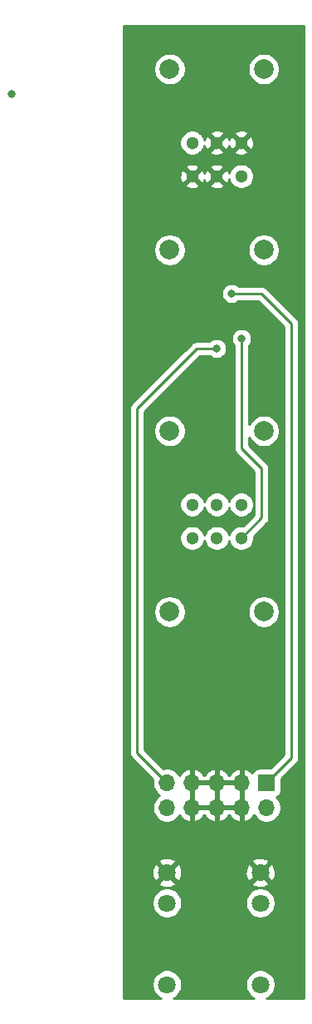
<source format=gbr>
%TF.GenerationSoftware,KiCad,Pcbnew,(5.1.6-0)*%
%TF.CreationDate,2022-12-04T14:57:16-05:00*%
%TF.ProjectId,KickDrum,4b69636b-4472-4756-9d2e-6b696361645f,rev?*%
%TF.SameCoordinates,Original*%
%TF.FileFunction,Copper,L2,Bot*%
%TF.FilePolarity,Positive*%
%FSLAX46Y46*%
G04 Gerber Fmt 4.6, Leading zero omitted, Abs format (unit mm)*
G04 Created by KiCad (PCBNEW (5.1.6-0)) date 2022-12-04 14:57:16*
%MOMM*%
%LPD*%
G01*
G04 APERTURE LIST*
%TA.AperFunction,ComponentPad*%
%ADD10C,2.000000*%
%TD*%
%TA.AperFunction,ComponentPad*%
%ADD11C,1.300000*%
%TD*%
%TA.AperFunction,ComponentPad*%
%ADD12C,1.800000*%
%TD*%
%TA.AperFunction,ComponentPad*%
%ADD13R,1.700000X1.700000*%
%TD*%
%TA.AperFunction,ComponentPad*%
%ADD14O,1.700000X1.700000*%
%TD*%
%TA.AperFunction,ViaPad*%
%ADD15C,0.800000*%
%TD*%
%TA.AperFunction,Conductor*%
%ADD16C,0.250000*%
%TD*%
%TA.AperFunction,Conductor*%
%ADD17C,0.254000*%
%TD*%
G04 APERTURE END LIST*
D10*
%TO.P,FREQ1,*%
%TO.N,*%
X117120000Y-81280000D03*
X126720000Y-81280000D03*
D11*
%TO.P,FREQ1,3*%
%TO.N,Net-(FREQ1-Pad3)*%
X119420000Y-88780000D03*
%TO.P,FREQ1,2*%
%TO.N,GND*%
X121920000Y-88780000D03*
%TO.P,FREQ1,1*%
X124420000Y-88780000D03*
%TD*%
D10*
%TO.P,TONE1,*%
%TO.N,*%
X126720000Y-136525000D03*
X117120000Y-136525000D03*
D11*
%TO.P,TONE1,3*%
%TO.N,Net-(C6-Pad2)*%
X124420000Y-129025000D03*
%TO.P,TONE1,2*%
X121920000Y-129025000D03*
%TO.P,TONE1,1*%
%TO.N,Net-(R16-Pad1)*%
X119420000Y-129025000D03*
%TD*%
D10*
%TO.P,DIST1,*%
%TO.N,*%
X117120000Y-118110000D03*
X126720000Y-118110000D03*
D11*
%TO.P,DIST1,3*%
%TO.N,Net-(D5-Pad1)*%
X119420000Y-125610000D03*
%TO.P,DIST1,2*%
X121920000Y-125610000D03*
%TO.P,DIST1,1*%
%TO.N,Net-(D5-Pad2)*%
X124420000Y-125610000D03*
%TD*%
D10*
%TO.P,DECAY1,*%
%TO.N,*%
X126720000Y-99695000D03*
X117120000Y-99695000D03*
D11*
%TO.P,DECAY1,3*%
%TO.N,Net-(DECAY1-Pad3)*%
X124420000Y-92195000D03*
%TO.P,DECAY1,2*%
%TO.N,GND*%
X121920000Y-92195000D03*
%TO.P,DECAY1,1*%
X119420000Y-92195000D03*
%TD*%
D12*
%TO.P,OUT1,3*%
%TO.N,Net-(OUT1-Pad3)*%
X116840000Y-174465000D03*
%TO.P,OUT1,1*%
%TO.N,GND*%
X116840000Y-163065000D03*
%TO.P,OUT1,2*%
%TO.N,Net-(OUT1-Pad2)*%
X116840000Y-166165000D03*
%TD*%
D13*
%TO.P,J2,1*%
%TO.N,Net-(C7-Pad1)*%
X127000000Y-153924000D03*
D14*
%TO.P,J2,2*%
X127000000Y-156464000D03*
%TO.P,J2,3*%
%TO.N,GND*%
X124460000Y-153924000D03*
%TO.P,J2,4*%
X124460000Y-156464000D03*
%TO.P,J2,5*%
X121920000Y-153924000D03*
%TO.P,J2,6*%
X121920000Y-156464000D03*
%TO.P,J2,7*%
X119380000Y-153924000D03*
%TO.P,J2,8*%
X119380000Y-156464000D03*
%TO.P,J2,9*%
%TO.N,Net-(C8-Pad2)*%
X116840000Y-153924000D03*
%TO.P,J2,10*%
X116840000Y-156464000D03*
%TD*%
D12*
%TO.P,GATE_IN1,3*%
%TO.N,Net-(GATE_IN1-Pad3)*%
X126365000Y-174465000D03*
%TO.P,GATE_IN1,1*%
%TO.N,GND*%
X126365000Y-163065000D03*
%TO.P,GATE_IN1,2*%
%TO.N,Net-(GATE_IN1-Pad2)*%
X126365000Y-166165000D03*
%TD*%
D15*
%TO.N,*%
X100965000Y-83820000D03*
%TO.N,GND*%
X120396000Y-141732000D03*
X122936000Y-143256000D03*
X125476000Y-102108000D03*
X127508000Y-102616000D03*
X119380000Y-114300000D03*
X118745000Y-116205000D03*
X127635000Y-130810000D03*
X129540000Y-164465000D03*
X114300000Y-164465000D03*
%TO.N,Net-(C6-Pad2)*%
X124460000Y-108712000D03*
%TO.N,Net-(C7-Pad1)*%
X123444000Y-104140000D03*
%TO.N,Net-(C8-Pad2)*%
X121920000Y-109728000D03*
%TD*%
D16*
%TO.N,Net-(C6-Pad2)*%
X124420000Y-129025000D02*
X126492000Y-126953000D01*
X126492000Y-126953000D02*
X126492000Y-121920000D01*
X124460000Y-108712000D02*
X124460000Y-119888000D01*
X126492000Y-121920000D02*
X124460000Y-119888000D01*
%TO.N,Net-(C7-Pad1)*%
X126492000Y-104140000D02*
X123444000Y-104140000D01*
X129540000Y-107188000D02*
X126492000Y-104140000D01*
X129540000Y-151384000D02*
X129540000Y-107188000D01*
X127000000Y-153924000D02*
X129540000Y-151384000D01*
%TO.N,Net-(C8-Pad2)*%
X113792000Y-115824000D02*
X119888000Y-109728000D01*
X119888000Y-109728000D02*
X121920000Y-109728000D01*
X113792000Y-150876000D02*
X113792000Y-115824000D01*
X116840000Y-153924000D02*
X113792000Y-150876000D01*
%TD*%
D17*
%TO.N,GND*%
G36*
X130785001Y-175870000D02*
G01*
X126984178Y-175870000D01*
X127092095Y-175825299D01*
X127343505Y-175657312D01*
X127557312Y-175443505D01*
X127725299Y-175192095D01*
X127841011Y-174912743D01*
X127900000Y-174616184D01*
X127900000Y-174313816D01*
X127841011Y-174017257D01*
X127725299Y-173737905D01*
X127557312Y-173486495D01*
X127343505Y-173272688D01*
X127092095Y-173104701D01*
X126812743Y-172988989D01*
X126516184Y-172930000D01*
X126213816Y-172930000D01*
X125917257Y-172988989D01*
X125637905Y-173104701D01*
X125386495Y-173272688D01*
X125172688Y-173486495D01*
X125004701Y-173737905D01*
X124888989Y-174017257D01*
X124830000Y-174313816D01*
X124830000Y-174616184D01*
X124888989Y-174912743D01*
X125004701Y-175192095D01*
X125172688Y-175443505D01*
X125386495Y-175657312D01*
X125637905Y-175825299D01*
X125745822Y-175870000D01*
X117459178Y-175870000D01*
X117567095Y-175825299D01*
X117818505Y-175657312D01*
X118032312Y-175443505D01*
X118200299Y-175192095D01*
X118316011Y-174912743D01*
X118375000Y-174616184D01*
X118375000Y-174313816D01*
X118316011Y-174017257D01*
X118200299Y-173737905D01*
X118032312Y-173486495D01*
X117818505Y-173272688D01*
X117567095Y-173104701D01*
X117287743Y-172988989D01*
X116991184Y-172930000D01*
X116688816Y-172930000D01*
X116392257Y-172988989D01*
X116112905Y-173104701D01*
X115861495Y-173272688D01*
X115647688Y-173486495D01*
X115479701Y-173737905D01*
X115363989Y-174017257D01*
X115305000Y-174313816D01*
X115305000Y-174616184D01*
X115363989Y-174912743D01*
X115479701Y-175192095D01*
X115647688Y-175443505D01*
X115861495Y-175657312D01*
X116112905Y-175825299D01*
X116220822Y-175870000D01*
X112420000Y-175870000D01*
X112420000Y-166013816D01*
X115305000Y-166013816D01*
X115305000Y-166316184D01*
X115363989Y-166612743D01*
X115479701Y-166892095D01*
X115647688Y-167143505D01*
X115861495Y-167357312D01*
X116112905Y-167525299D01*
X116392257Y-167641011D01*
X116688816Y-167700000D01*
X116991184Y-167700000D01*
X117287743Y-167641011D01*
X117567095Y-167525299D01*
X117818505Y-167357312D01*
X118032312Y-167143505D01*
X118200299Y-166892095D01*
X118316011Y-166612743D01*
X118375000Y-166316184D01*
X118375000Y-166013816D01*
X124830000Y-166013816D01*
X124830000Y-166316184D01*
X124888989Y-166612743D01*
X125004701Y-166892095D01*
X125172688Y-167143505D01*
X125386495Y-167357312D01*
X125637905Y-167525299D01*
X125917257Y-167641011D01*
X126213816Y-167700000D01*
X126516184Y-167700000D01*
X126812743Y-167641011D01*
X127092095Y-167525299D01*
X127343505Y-167357312D01*
X127557312Y-167143505D01*
X127725299Y-166892095D01*
X127841011Y-166612743D01*
X127900000Y-166316184D01*
X127900000Y-166013816D01*
X127841011Y-165717257D01*
X127725299Y-165437905D01*
X127557312Y-165186495D01*
X127343505Y-164972688D01*
X127092095Y-164804701D01*
X126812743Y-164688989D01*
X126516184Y-164630000D01*
X126213816Y-164630000D01*
X125917257Y-164688989D01*
X125637905Y-164804701D01*
X125386495Y-164972688D01*
X125172688Y-165186495D01*
X125004701Y-165437905D01*
X124888989Y-165717257D01*
X124830000Y-166013816D01*
X118375000Y-166013816D01*
X118316011Y-165717257D01*
X118200299Y-165437905D01*
X118032312Y-165186495D01*
X117818505Y-164972688D01*
X117567095Y-164804701D01*
X117287743Y-164688989D01*
X116991184Y-164630000D01*
X116688816Y-164630000D01*
X116392257Y-164688989D01*
X116112905Y-164804701D01*
X115861495Y-164972688D01*
X115647688Y-165186495D01*
X115479701Y-165437905D01*
X115363989Y-165717257D01*
X115305000Y-166013816D01*
X112420000Y-166013816D01*
X112420000Y-164129080D01*
X115955525Y-164129080D01*
X116039208Y-164383261D01*
X116311775Y-164514158D01*
X116604642Y-164589365D01*
X116906553Y-164605991D01*
X117205907Y-164563397D01*
X117491199Y-164463222D01*
X117640792Y-164383261D01*
X117724475Y-164129080D01*
X125480525Y-164129080D01*
X125564208Y-164383261D01*
X125836775Y-164514158D01*
X126129642Y-164589365D01*
X126431553Y-164605991D01*
X126730907Y-164563397D01*
X127016199Y-164463222D01*
X127165792Y-164383261D01*
X127249475Y-164129080D01*
X126365000Y-163244605D01*
X125480525Y-164129080D01*
X117724475Y-164129080D01*
X116840000Y-163244605D01*
X115955525Y-164129080D01*
X112420000Y-164129080D01*
X112420000Y-163131553D01*
X115299009Y-163131553D01*
X115341603Y-163430907D01*
X115441778Y-163716199D01*
X115521739Y-163865792D01*
X115775920Y-163949475D01*
X116660395Y-163065000D01*
X117019605Y-163065000D01*
X117904080Y-163949475D01*
X118158261Y-163865792D01*
X118289158Y-163593225D01*
X118364365Y-163300358D01*
X118373660Y-163131553D01*
X124824009Y-163131553D01*
X124866603Y-163430907D01*
X124966778Y-163716199D01*
X125046739Y-163865792D01*
X125300920Y-163949475D01*
X126185395Y-163065000D01*
X126544605Y-163065000D01*
X127429080Y-163949475D01*
X127683261Y-163865792D01*
X127814158Y-163593225D01*
X127889365Y-163300358D01*
X127905991Y-162998447D01*
X127863397Y-162699093D01*
X127763222Y-162413801D01*
X127683261Y-162264208D01*
X127429080Y-162180525D01*
X126544605Y-163065000D01*
X126185395Y-163065000D01*
X125300920Y-162180525D01*
X125046739Y-162264208D01*
X124915842Y-162536775D01*
X124840635Y-162829642D01*
X124824009Y-163131553D01*
X118373660Y-163131553D01*
X118380991Y-162998447D01*
X118338397Y-162699093D01*
X118238222Y-162413801D01*
X118158261Y-162264208D01*
X117904080Y-162180525D01*
X117019605Y-163065000D01*
X116660395Y-163065000D01*
X115775920Y-162180525D01*
X115521739Y-162264208D01*
X115390842Y-162536775D01*
X115315635Y-162829642D01*
X115299009Y-163131553D01*
X112420000Y-163131553D01*
X112420000Y-162000920D01*
X115955525Y-162000920D01*
X116840000Y-162885395D01*
X117724475Y-162000920D01*
X125480525Y-162000920D01*
X126365000Y-162885395D01*
X127249475Y-162000920D01*
X127165792Y-161746739D01*
X126893225Y-161615842D01*
X126600358Y-161540635D01*
X126298447Y-161524009D01*
X125999093Y-161566603D01*
X125713801Y-161666778D01*
X125564208Y-161746739D01*
X125480525Y-162000920D01*
X117724475Y-162000920D01*
X117640792Y-161746739D01*
X117368225Y-161615842D01*
X117075358Y-161540635D01*
X116773447Y-161524009D01*
X116474093Y-161566603D01*
X116188801Y-161666778D01*
X116039208Y-161746739D01*
X115955525Y-162000920D01*
X112420000Y-162000920D01*
X112420000Y-115824000D01*
X113028324Y-115824000D01*
X113032001Y-115861333D01*
X113032000Y-150838678D01*
X113028324Y-150876000D01*
X113032000Y-150913322D01*
X113032000Y-150913332D01*
X113042997Y-151024985D01*
X113063251Y-151091754D01*
X113086454Y-151168246D01*
X113157026Y-151300276D01*
X113196871Y-151348826D01*
X113251999Y-151416001D01*
X113281003Y-151439804D01*
X115398790Y-153557592D01*
X115355000Y-153777740D01*
X115355000Y-154070260D01*
X115412068Y-154357158D01*
X115524010Y-154627411D01*
X115686525Y-154870632D01*
X115893368Y-155077475D01*
X116067760Y-155194000D01*
X115893368Y-155310525D01*
X115686525Y-155517368D01*
X115524010Y-155760589D01*
X115412068Y-156030842D01*
X115355000Y-156317740D01*
X115355000Y-156610260D01*
X115412068Y-156897158D01*
X115524010Y-157167411D01*
X115686525Y-157410632D01*
X115893368Y-157617475D01*
X116136589Y-157779990D01*
X116406842Y-157891932D01*
X116693740Y-157949000D01*
X116986260Y-157949000D01*
X117273158Y-157891932D01*
X117543411Y-157779990D01*
X117786632Y-157617475D01*
X117993475Y-157410632D01*
X118115195Y-157228466D01*
X118184822Y-157345355D01*
X118379731Y-157561588D01*
X118613080Y-157735641D01*
X118875901Y-157860825D01*
X119023110Y-157905476D01*
X119253000Y-157784155D01*
X119253000Y-156591000D01*
X119507000Y-156591000D01*
X119507000Y-157784155D01*
X119736890Y-157905476D01*
X119884099Y-157860825D01*
X120146920Y-157735641D01*
X120380269Y-157561588D01*
X120575178Y-157345355D01*
X120650000Y-157219745D01*
X120724822Y-157345355D01*
X120919731Y-157561588D01*
X121153080Y-157735641D01*
X121415901Y-157860825D01*
X121563110Y-157905476D01*
X121793000Y-157784155D01*
X121793000Y-156591000D01*
X122047000Y-156591000D01*
X122047000Y-157784155D01*
X122276890Y-157905476D01*
X122424099Y-157860825D01*
X122686920Y-157735641D01*
X122920269Y-157561588D01*
X123115178Y-157345355D01*
X123190000Y-157219745D01*
X123264822Y-157345355D01*
X123459731Y-157561588D01*
X123693080Y-157735641D01*
X123955901Y-157860825D01*
X124103110Y-157905476D01*
X124333000Y-157784155D01*
X124333000Y-156591000D01*
X122047000Y-156591000D01*
X121793000Y-156591000D01*
X119507000Y-156591000D01*
X119253000Y-156591000D01*
X119233000Y-156591000D01*
X119233000Y-156337000D01*
X119253000Y-156337000D01*
X119253000Y-154051000D01*
X119507000Y-154051000D01*
X119507000Y-156337000D01*
X121793000Y-156337000D01*
X121793000Y-154051000D01*
X122047000Y-154051000D01*
X122047000Y-156337000D01*
X124333000Y-156337000D01*
X124333000Y-154051000D01*
X122047000Y-154051000D01*
X121793000Y-154051000D01*
X119507000Y-154051000D01*
X119253000Y-154051000D01*
X119233000Y-154051000D01*
X119233000Y-153797000D01*
X119253000Y-153797000D01*
X119253000Y-152603845D01*
X119507000Y-152603845D01*
X119507000Y-153797000D01*
X121793000Y-153797000D01*
X121793000Y-152603845D01*
X122047000Y-152603845D01*
X122047000Y-153797000D01*
X124333000Y-153797000D01*
X124333000Y-152603845D01*
X124103110Y-152482524D01*
X123955901Y-152527175D01*
X123693080Y-152652359D01*
X123459731Y-152826412D01*
X123264822Y-153042645D01*
X123190000Y-153168255D01*
X123115178Y-153042645D01*
X122920269Y-152826412D01*
X122686920Y-152652359D01*
X122424099Y-152527175D01*
X122276890Y-152482524D01*
X122047000Y-152603845D01*
X121793000Y-152603845D01*
X121563110Y-152482524D01*
X121415901Y-152527175D01*
X121153080Y-152652359D01*
X120919731Y-152826412D01*
X120724822Y-153042645D01*
X120650000Y-153168255D01*
X120575178Y-153042645D01*
X120380269Y-152826412D01*
X120146920Y-152652359D01*
X119884099Y-152527175D01*
X119736890Y-152482524D01*
X119507000Y-152603845D01*
X119253000Y-152603845D01*
X119023110Y-152482524D01*
X118875901Y-152527175D01*
X118613080Y-152652359D01*
X118379731Y-152826412D01*
X118184822Y-153042645D01*
X118115195Y-153159534D01*
X117993475Y-152977368D01*
X117786632Y-152770525D01*
X117543411Y-152608010D01*
X117273158Y-152496068D01*
X116986260Y-152439000D01*
X116693740Y-152439000D01*
X116473592Y-152482790D01*
X114552000Y-150561199D01*
X114552000Y-136363967D01*
X115485000Y-136363967D01*
X115485000Y-136686033D01*
X115547832Y-137001912D01*
X115671082Y-137299463D01*
X115850013Y-137567252D01*
X116077748Y-137794987D01*
X116345537Y-137973918D01*
X116643088Y-138097168D01*
X116958967Y-138160000D01*
X117281033Y-138160000D01*
X117596912Y-138097168D01*
X117894463Y-137973918D01*
X118162252Y-137794987D01*
X118389987Y-137567252D01*
X118568918Y-137299463D01*
X118692168Y-137001912D01*
X118755000Y-136686033D01*
X118755000Y-136363967D01*
X125085000Y-136363967D01*
X125085000Y-136686033D01*
X125147832Y-137001912D01*
X125271082Y-137299463D01*
X125450013Y-137567252D01*
X125677748Y-137794987D01*
X125945537Y-137973918D01*
X126243088Y-138097168D01*
X126558967Y-138160000D01*
X126881033Y-138160000D01*
X127196912Y-138097168D01*
X127494463Y-137973918D01*
X127762252Y-137794987D01*
X127989987Y-137567252D01*
X128168918Y-137299463D01*
X128292168Y-137001912D01*
X128355000Y-136686033D01*
X128355000Y-136363967D01*
X128292168Y-136048088D01*
X128168918Y-135750537D01*
X127989987Y-135482748D01*
X127762252Y-135255013D01*
X127494463Y-135076082D01*
X127196912Y-134952832D01*
X126881033Y-134890000D01*
X126558967Y-134890000D01*
X126243088Y-134952832D01*
X125945537Y-135076082D01*
X125677748Y-135255013D01*
X125450013Y-135482748D01*
X125271082Y-135750537D01*
X125147832Y-136048088D01*
X125085000Y-136363967D01*
X118755000Y-136363967D01*
X118692168Y-136048088D01*
X118568918Y-135750537D01*
X118389987Y-135482748D01*
X118162252Y-135255013D01*
X117894463Y-135076082D01*
X117596912Y-134952832D01*
X117281033Y-134890000D01*
X116958967Y-134890000D01*
X116643088Y-134952832D01*
X116345537Y-135076082D01*
X116077748Y-135255013D01*
X115850013Y-135482748D01*
X115671082Y-135750537D01*
X115547832Y-136048088D01*
X115485000Y-136363967D01*
X114552000Y-136363967D01*
X114552000Y-128898439D01*
X118135000Y-128898439D01*
X118135000Y-129151561D01*
X118184381Y-129399821D01*
X118281247Y-129633676D01*
X118421875Y-129844140D01*
X118600860Y-130023125D01*
X118811324Y-130163753D01*
X119045179Y-130260619D01*
X119293439Y-130310000D01*
X119546561Y-130310000D01*
X119794821Y-130260619D01*
X120028676Y-130163753D01*
X120239140Y-130023125D01*
X120418125Y-129844140D01*
X120558753Y-129633676D01*
X120655619Y-129399821D01*
X120670000Y-129327521D01*
X120684381Y-129399821D01*
X120781247Y-129633676D01*
X120921875Y-129844140D01*
X121100860Y-130023125D01*
X121311324Y-130163753D01*
X121545179Y-130260619D01*
X121793439Y-130310000D01*
X122046561Y-130310000D01*
X122294821Y-130260619D01*
X122528676Y-130163753D01*
X122739140Y-130023125D01*
X122918125Y-129844140D01*
X123058753Y-129633676D01*
X123155619Y-129399821D01*
X123170000Y-129327521D01*
X123184381Y-129399821D01*
X123281247Y-129633676D01*
X123421875Y-129844140D01*
X123600860Y-130023125D01*
X123811324Y-130163753D01*
X124045179Y-130260619D01*
X124293439Y-130310000D01*
X124546561Y-130310000D01*
X124794821Y-130260619D01*
X125028676Y-130163753D01*
X125239140Y-130023125D01*
X125418125Y-129844140D01*
X125558753Y-129633676D01*
X125655619Y-129399821D01*
X125705000Y-129151561D01*
X125705000Y-128898439D01*
X125691124Y-128828678D01*
X127003004Y-127516798D01*
X127032001Y-127493001D01*
X127126974Y-127377276D01*
X127197546Y-127245247D01*
X127241003Y-127101986D01*
X127252000Y-126990333D01*
X127252000Y-126990332D01*
X127255677Y-126953000D01*
X127252000Y-126915667D01*
X127252000Y-121957323D01*
X127255676Y-121920000D01*
X127252000Y-121882677D01*
X127252000Y-121882667D01*
X127241003Y-121771014D01*
X127197546Y-121627753D01*
X127126974Y-121495723D01*
X127055799Y-121408997D01*
X127032001Y-121379999D01*
X127003003Y-121356201D01*
X125220000Y-119573199D01*
X125220000Y-118761140D01*
X125271082Y-118884463D01*
X125450013Y-119152252D01*
X125677748Y-119379987D01*
X125945537Y-119558918D01*
X126243088Y-119682168D01*
X126558967Y-119745000D01*
X126881033Y-119745000D01*
X127196912Y-119682168D01*
X127494463Y-119558918D01*
X127762252Y-119379987D01*
X127989987Y-119152252D01*
X128168918Y-118884463D01*
X128292168Y-118586912D01*
X128355000Y-118271033D01*
X128355000Y-117948967D01*
X128292168Y-117633088D01*
X128168918Y-117335537D01*
X127989987Y-117067748D01*
X127762252Y-116840013D01*
X127494463Y-116661082D01*
X127196912Y-116537832D01*
X126881033Y-116475000D01*
X126558967Y-116475000D01*
X126243088Y-116537832D01*
X125945537Y-116661082D01*
X125677748Y-116840013D01*
X125450013Y-117067748D01*
X125271082Y-117335537D01*
X125220000Y-117458860D01*
X125220000Y-109415711D01*
X125263937Y-109371774D01*
X125377205Y-109202256D01*
X125455226Y-109013898D01*
X125495000Y-108813939D01*
X125495000Y-108610061D01*
X125455226Y-108410102D01*
X125377205Y-108221744D01*
X125263937Y-108052226D01*
X125119774Y-107908063D01*
X124950256Y-107794795D01*
X124761898Y-107716774D01*
X124561939Y-107677000D01*
X124358061Y-107677000D01*
X124158102Y-107716774D01*
X123969744Y-107794795D01*
X123800226Y-107908063D01*
X123656063Y-108052226D01*
X123542795Y-108221744D01*
X123464774Y-108410102D01*
X123425000Y-108610061D01*
X123425000Y-108813939D01*
X123464774Y-109013898D01*
X123542795Y-109202256D01*
X123656063Y-109371774D01*
X123700000Y-109415711D01*
X123700001Y-119850668D01*
X123696324Y-119888000D01*
X123710998Y-120036985D01*
X123754454Y-120180246D01*
X123825026Y-120312276D01*
X123896201Y-120399002D01*
X123920000Y-120428001D01*
X123948998Y-120451799D01*
X125732001Y-122234803D01*
X125732000Y-126638198D01*
X124616322Y-127753876D01*
X124546561Y-127740000D01*
X124293439Y-127740000D01*
X124045179Y-127789381D01*
X123811324Y-127886247D01*
X123600860Y-128026875D01*
X123421875Y-128205860D01*
X123281247Y-128416324D01*
X123184381Y-128650179D01*
X123170000Y-128722479D01*
X123155619Y-128650179D01*
X123058753Y-128416324D01*
X122918125Y-128205860D01*
X122739140Y-128026875D01*
X122528676Y-127886247D01*
X122294821Y-127789381D01*
X122046561Y-127740000D01*
X121793439Y-127740000D01*
X121545179Y-127789381D01*
X121311324Y-127886247D01*
X121100860Y-128026875D01*
X120921875Y-128205860D01*
X120781247Y-128416324D01*
X120684381Y-128650179D01*
X120670000Y-128722479D01*
X120655619Y-128650179D01*
X120558753Y-128416324D01*
X120418125Y-128205860D01*
X120239140Y-128026875D01*
X120028676Y-127886247D01*
X119794821Y-127789381D01*
X119546561Y-127740000D01*
X119293439Y-127740000D01*
X119045179Y-127789381D01*
X118811324Y-127886247D01*
X118600860Y-128026875D01*
X118421875Y-128205860D01*
X118281247Y-128416324D01*
X118184381Y-128650179D01*
X118135000Y-128898439D01*
X114552000Y-128898439D01*
X114552000Y-125483439D01*
X118135000Y-125483439D01*
X118135000Y-125736561D01*
X118184381Y-125984821D01*
X118281247Y-126218676D01*
X118421875Y-126429140D01*
X118600860Y-126608125D01*
X118811324Y-126748753D01*
X119045179Y-126845619D01*
X119293439Y-126895000D01*
X119546561Y-126895000D01*
X119794821Y-126845619D01*
X120028676Y-126748753D01*
X120239140Y-126608125D01*
X120418125Y-126429140D01*
X120558753Y-126218676D01*
X120655619Y-125984821D01*
X120670000Y-125912521D01*
X120684381Y-125984821D01*
X120781247Y-126218676D01*
X120921875Y-126429140D01*
X121100860Y-126608125D01*
X121311324Y-126748753D01*
X121545179Y-126845619D01*
X121793439Y-126895000D01*
X122046561Y-126895000D01*
X122294821Y-126845619D01*
X122528676Y-126748753D01*
X122739140Y-126608125D01*
X122918125Y-126429140D01*
X123058753Y-126218676D01*
X123155619Y-125984821D01*
X123170000Y-125912521D01*
X123184381Y-125984821D01*
X123281247Y-126218676D01*
X123421875Y-126429140D01*
X123600860Y-126608125D01*
X123811324Y-126748753D01*
X124045179Y-126845619D01*
X124293439Y-126895000D01*
X124546561Y-126895000D01*
X124794821Y-126845619D01*
X125028676Y-126748753D01*
X125239140Y-126608125D01*
X125418125Y-126429140D01*
X125558753Y-126218676D01*
X125655619Y-125984821D01*
X125705000Y-125736561D01*
X125705000Y-125483439D01*
X125655619Y-125235179D01*
X125558753Y-125001324D01*
X125418125Y-124790860D01*
X125239140Y-124611875D01*
X125028676Y-124471247D01*
X124794821Y-124374381D01*
X124546561Y-124325000D01*
X124293439Y-124325000D01*
X124045179Y-124374381D01*
X123811324Y-124471247D01*
X123600860Y-124611875D01*
X123421875Y-124790860D01*
X123281247Y-125001324D01*
X123184381Y-125235179D01*
X123170000Y-125307479D01*
X123155619Y-125235179D01*
X123058753Y-125001324D01*
X122918125Y-124790860D01*
X122739140Y-124611875D01*
X122528676Y-124471247D01*
X122294821Y-124374381D01*
X122046561Y-124325000D01*
X121793439Y-124325000D01*
X121545179Y-124374381D01*
X121311324Y-124471247D01*
X121100860Y-124611875D01*
X120921875Y-124790860D01*
X120781247Y-125001324D01*
X120684381Y-125235179D01*
X120670000Y-125307479D01*
X120655619Y-125235179D01*
X120558753Y-125001324D01*
X120418125Y-124790860D01*
X120239140Y-124611875D01*
X120028676Y-124471247D01*
X119794821Y-124374381D01*
X119546561Y-124325000D01*
X119293439Y-124325000D01*
X119045179Y-124374381D01*
X118811324Y-124471247D01*
X118600860Y-124611875D01*
X118421875Y-124790860D01*
X118281247Y-125001324D01*
X118184381Y-125235179D01*
X118135000Y-125483439D01*
X114552000Y-125483439D01*
X114552000Y-117948967D01*
X115485000Y-117948967D01*
X115485000Y-118271033D01*
X115547832Y-118586912D01*
X115671082Y-118884463D01*
X115850013Y-119152252D01*
X116077748Y-119379987D01*
X116345537Y-119558918D01*
X116643088Y-119682168D01*
X116958967Y-119745000D01*
X117281033Y-119745000D01*
X117596912Y-119682168D01*
X117894463Y-119558918D01*
X118162252Y-119379987D01*
X118389987Y-119152252D01*
X118568918Y-118884463D01*
X118692168Y-118586912D01*
X118755000Y-118271033D01*
X118755000Y-117948967D01*
X118692168Y-117633088D01*
X118568918Y-117335537D01*
X118389987Y-117067748D01*
X118162252Y-116840013D01*
X117894463Y-116661082D01*
X117596912Y-116537832D01*
X117281033Y-116475000D01*
X116958967Y-116475000D01*
X116643088Y-116537832D01*
X116345537Y-116661082D01*
X116077748Y-116840013D01*
X115850013Y-117067748D01*
X115671082Y-117335537D01*
X115547832Y-117633088D01*
X115485000Y-117948967D01*
X114552000Y-117948967D01*
X114552000Y-116138801D01*
X120202802Y-110488000D01*
X121216289Y-110488000D01*
X121260226Y-110531937D01*
X121429744Y-110645205D01*
X121618102Y-110723226D01*
X121818061Y-110763000D01*
X122021939Y-110763000D01*
X122221898Y-110723226D01*
X122410256Y-110645205D01*
X122579774Y-110531937D01*
X122723937Y-110387774D01*
X122837205Y-110218256D01*
X122915226Y-110029898D01*
X122955000Y-109829939D01*
X122955000Y-109626061D01*
X122915226Y-109426102D01*
X122837205Y-109237744D01*
X122723937Y-109068226D01*
X122579774Y-108924063D01*
X122410256Y-108810795D01*
X122221898Y-108732774D01*
X122021939Y-108693000D01*
X121818061Y-108693000D01*
X121618102Y-108732774D01*
X121429744Y-108810795D01*
X121260226Y-108924063D01*
X121216289Y-108968000D01*
X119925323Y-108968000D01*
X119888000Y-108964324D01*
X119850677Y-108968000D01*
X119850667Y-108968000D01*
X119739014Y-108978997D01*
X119623959Y-109013898D01*
X119595753Y-109022454D01*
X119463723Y-109093026D01*
X119380083Y-109161668D01*
X119347999Y-109187999D01*
X119324201Y-109216997D01*
X113280998Y-115260201D01*
X113252000Y-115283999D01*
X113228202Y-115312997D01*
X113228201Y-115312998D01*
X113157026Y-115399724D01*
X113086454Y-115531754D01*
X113042998Y-115675015D01*
X113028324Y-115824000D01*
X112420000Y-115824000D01*
X112420000Y-104038061D01*
X122409000Y-104038061D01*
X122409000Y-104241939D01*
X122448774Y-104441898D01*
X122526795Y-104630256D01*
X122640063Y-104799774D01*
X122784226Y-104943937D01*
X122953744Y-105057205D01*
X123142102Y-105135226D01*
X123342061Y-105175000D01*
X123545939Y-105175000D01*
X123745898Y-105135226D01*
X123934256Y-105057205D01*
X124103774Y-104943937D01*
X124147711Y-104900000D01*
X126177199Y-104900000D01*
X128780001Y-107502803D01*
X128780000Y-151069197D01*
X127413270Y-152435928D01*
X126150000Y-152435928D01*
X126025518Y-152448188D01*
X125905820Y-152484498D01*
X125795506Y-152543463D01*
X125698815Y-152622815D01*
X125619463Y-152719506D01*
X125560498Y-152829820D01*
X125536034Y-152910466D01*
X125460269Y-152826412D01*
X125226920Y-152652359D01*
X124964099Y-152527175D01*
X124816890Y-152482524D01*
X124587000Y-152603845D01*
X124587000Y-153797000D01*
X124607000Y-153797000D01*
X124607000Y-154051000D01*
X124587000Y-154051000D01*
X124587000Y-156337000D01*
X124607000Y-156337000D01*
X124607000Y-156591000D01*
X124587000Y-156591000D01*
X124587000Y-157784155D01*
X124816890Y-157905476D01*
X124964099Y-157860825D01*
X125226920Y-157735641D01*
X125460269Y-157561588D01*
X125655178Y-157345355D01*
X125724805Y-157228466D01*
X125846525Y-157410632D01*
X126053368Y-157617475D01*
X126296589Y-157779990D01*
X126566842Y-157891932D01*
X126853740Y-157949000D01*
X127146260Y-157949000D01*
X127433158Y-157891932D01*
X127703411Y-157779990D01*
X127946632Y-157617475D01*
X128153475Y-157410632D01*
X128315990Y-157167411D01*
X128427932Y-156897158D01*
X128485000Y-156610260D01*
X128485000Y-156317740D01*
X128427932Y-156030842D01*
X128315990Y-155760589D01*
X128153475Y-155517368D01*
X128021620Y-155385513D01*
X128094180Y-155363502D01*
X128204494Y-155304537D01*
X128301185Y-155225185D01*
X128380537Y-155128494D01*
X128439502Y-155018180D01*
X128475812Y-154898482D01*
X128488072Y-154774000D01*
X128488072Y-153510730D01*
X130051009Y-151947794D01*
X130080001Y-151924001D01*
X130103795Y-151895008D01*
X130103799Y-151895004D01*
X130174973Y-151808277D01*
X130174974Y-151808276D01*
X130245546Y-151676247D01*
X130289003Y-151532986D01*
X130300000Y-151421333D01*
X130300000Y-151421324D01*
X130303676Y-151384001D01*
X130300000Y-151346678D01*
X130300000Y-107225323D01*
X130303676Y-107188000D01*
X130300000Y-107150677D01*
X130300000Y-107150667D01*
X130289003Y-107039014D01*
X130245546Y-106895753D01*
X130174974Y-106763723D01*
X130103799Y-106676997D01*
X130080001Y-106647999D01*
X130051003Y-106624201D01*
X127055804Y-103629003D01*
X127032001Y-103599999D01*
X126916276Y-103505026D01*
X126784247Y-103434454D01*
X126640986Y-103390997D01*
X126529333Y-103380000D01*
X126529322Y-103380000D01*
X126492000Y-103376324D01*
X126454678Y-103380000D01*
X124147711Y-103380000D01*
X124103774Y-103336063D01*
X123934256Y-103222795D01*
X123745898Y-103144774D01*
X123545939Y-103105000D01*
X123342061Y-103105000D01*
X123142102Y-103144774D01*
X122953744Y-103222795D01*
X122784226Y-103336063D01*
X122640063Y-103480226D01*
X122526795Y-103649744D01*
X122448774Y-103838102D01*
X122409000Y-104038061D01*
X112420000Y-104038061D01*
X112420000Y-99533967D01*
X115485000Y-99533967D01*
X115485000Y-99856033D01*
X115547832Y-100171912D01*
X115671082Y-100469463D01*
X115850013Y-100737252D01*
X116077748Y-100964987D01*
X116345537Y-101143918D01*
X116643088Y-101267168D01*
X116958967Y-101330000D01*
X117281033Y-101330000D01*
X117596912Y-101267168D01*
X117894463Y-101143918D01*
X118162252Y-100964987D01*
X118389987Y-100737252D01*
X118568918Y-100469463D01*
X118692168Y-100171912D01*
X118755000Y-99856033D01*
X118755000Y-99533967D01*
X125085000Y-99533967D01*
X125085000Y-99856033D01*
X125147832Y-100171912D01*
X125271082Y-100469463D01*
X125450013Y-100737252D01*
X125677748Y-100964987D01*
X125945537Y-101143918D01*
X126243088Y-101267168D01*
X126558967Y-101330000D01*
X126881033Y-101330000D01*
X127196912Y-101267168D01*
X127494463Y-101143918D01*
X127762252Y-100964987D01*
X127989987Y-100737252D01*
X128168918Y-100469463D01*
X128292168Y-100171912D01*
X128355000Y-99856033D01*
X128355000Y-99533967D01*
X128292168Y-99218088D01*
X128168918Y-98920537D01*
X127989987Y-98652748D01*
X127762252Y-98425013D01*
X127494463Y-98246082D01*
X127196912Y-98122832D01*
X126881033Y-98060000D01*
X126558967Y-98060000D01*
X126243088Y-98122832D01*
X125945537Y-98246082D01*
X125677748Y-98425013D01*
X125450013Y-98652748D01*
X125271082Y-98920537D01*
X125147832Y-99218088D01*
X125085000Y-99533967D01*
X118755000Y-99533967D01*
X118692168Y-99218088D01*
X118568918Y-98920537D01*
X118389987Y-98652748D01*
X118162252Y-98425013D01*
X117894463Y-98246082D01*
X117596912Y-98122832D01*
X117281033Y-98060000D01*
X116958967Y-98060000D01*
X116643088Y-98122832D01*
X116345537Y-98246082D01*
X116077748Y-98425013D01*
X115850013Y-98652748D01*
X115671082Y-98920537D01*
X115547832Y-99218088D01*
X115485000Y-99533967D01*
X112420000Y-99533967D01*
X112420000Y-93080527D01*
X118714078Y-93080527D01*
X118767466Y-93309201D01*
X118997374Y-93415095D01*
X119243524Y-93474102D01*
X119496455Y-93483952D01*
X119746449Y-93444270D01*
X119983896Y-93356578D01*
X120072534Y-93309201D01*
X120125922Y-93080527D01*
X121214078Y-93080527D01*
X121267466Y-93309201D01*
X121497374Y-93415095D01*
X121743524Y-93474102D01*
X121996455Y-93483952D01*
X122246449Y-93444270D01*
X122483896Y-93356578D01*
X122572534Y-93309201D01*
X122625922Y-93080527D01*
X121920000Y-92374605D01*
X121214078Y-93080527D01*
X120125922Y-93080527D01*
X119420000Y-92374605D01*
X118714078Y-93080527D01*
X112420000Y-93080527D01*
X112420000Y-92271455D01*
X118131048Y-92271455D01*
X118170730Y-92521449D01*
X118258422Y-92758896D01*
X118305799Y-92847534D01*
X118534473Y-92900922D01*
X119240395Y-92195000D01*
X119599605Y-92195000D01*
X120305527Y-92900922D01*
X120534201Y-92847534D01*
X120640095Y-92617626D01*
X120667711Y-92502427D01*
X120670730Y-92521449D01*
X120758422Y-92758896D01*
X120805799Y-92847534D01*
X121034473Y-92900922D01*
X121740395Y-92195000D01*
X122099605Y-92195000D01*
X122805527Y-92900922D01*
X123034201Y-92847534D01*
X123140095Y-92617626D01*
X123169495Y-92494983D01*
X123184381Y-92569821D01*
X123281247Y-92803676D01*
X123421875Y-93014140D01*
X123600860Y-93193125D01*
X123811324Y-93333753D01*
X124045179Y-93430619D01*
X124293439Y-93480000D01*
X124546561Y-93480000D01*
X124794821Y-93430619D01*
X125028676Y-93333753D01*
X125239140Y-93193125D01*
X125418125Y-93014140D01*
X125558753Y-92803676D01*
X125655619Y-92569821D01*
X125705000Y-92321561D01*
X125705000Y-92068439D01*
X125655619Y-91820179D01*
X125558753Y-91586324D01*
X125418125Y-91375860D01*
X125239140Y-91196875D01*
X125028676Y-91056247D01*
X124794821Y-90959381D01*
X124546561Y-90910000D01*
X124293439Y-90910000D01*
X124045179Y-90959381D01*
X123811324Y-91056247D01*
X123600860Y-91196875D01*
X123421875Y-91375860D01*
X123281247Y-91586324D01*
X123184381Y-91820179D01*
X123171706Y-91883900D01*
X123169270Y-91868551D01*
X123081578Y-91631104D01*
X123034201Y-91542466D01*
X122805527Y-91489078D01*
X122099605Y-92195000D01*
X121740395Y-92195000D01*
X121034473Y-91489078D01*
X120805799Y-91542466D01*
X120699905Y-91772374D01*
X120672289Y-91887573D01*
X120669270Y-91868551D01*
X120581578Y-91631104D01*
X120534201Y-91542466D01*
X120305527Y-91489078D01*
X119599605Y-92195000D01*
X119240395Y-92195000D01*
X118534473Y-91489078D01*
X118305799Y-91542466D01*
X118199905Y-91772374D01*
X118140898Y-92018524D01*
X118131048Y-92271455D01*
X112420000Y-92271455D01*
X112420000Y-91309473D01*
X118714078Y-91309473D01*
X119420000Y-92015395D01*
X120125922Y-91309473D01*
X121214078Y-91309473D01*
X121920000Y-92015395D01*
X122625922Y-91309473D01*
X122572534Y-91080799D01*
X122342626Y-90974905D01*
X122096476Y-90915898D01*
X121843545Y-90906048D01*
X121593551Y-90945730D01*
X121356104Y-91033422D01*
X121267466Y-91080799D01*
X121214078Y-91309473D01*
X120125922Y-91309473D01*
X120072534Y-91080799D01*
X119842626Y-90974905D01*
X119596476Y-90915898D01*
X119343545Y-90906048D01*
X119093551Y-90945730D01*
X118856104Y-91033422D01*
X118767466Y-91080799D01*
X118714078Y-91309473D01*
X112420000Y-91309473D01*
X112420000Y-88653439D01*
X118135000Y-88653439D01*
X118135000Y-88906561D01*
X118184381Y-89154821D01*
X118281247Y-89388676D01*
X118421875Y-89599140D01*
X118600860Y-89778125D01*
X118811324Y-89918753D01*
X119045179Y-90015619D01*
X119293439Y-90065000D01*
X119546561Y-90065000D01*
X119794821Y-90015619D01*
X120028676Y-89918753D01*
X120239140Y-89778125D01*
X120351738Y-89665527D01*
X121214078Y-89665527D01*
X121267466Y-89894201D01*
X121497374Y-90000095D01*
X121743524Y-90059102D01*
X121996455Y-90068952D01*
X122246449Y-90029270D01*
X122483896Y-89941578D01*
X122572534Y-89894201D01*
X122625922Y-89665527D01*
X123714078Y-89665527D01*
X123767466Y-89894201D01*
X123997374Y-90000095D01*
X124243524Y-90059102D01*
X124496455Y-90068952D01*
X124746449Y-90029270D01*
X124983896Y-89941578D01*
X125072534Y-89894201D01*
X125125922Y-89665527D01*
X124420000Y-88959605D01*
X123714078Y-89665527D01*
X122625922Y-89665527D01*
X121920000Y-88959605D01*
X121214078Y-89665527D01*
X120351738Y-89665527D01*
X120418125Y-89599140D01*
X120558753Y-89388676D01*
X120655619Y-89154821D01*
X120668294Y-89091100D01*
X120670730Y-89106449D01*
X120758422Y-89343896D01*
X120805799Y-89432534D01*
X121034473Y-89485922D01*
X121740395Y-88780000D01*
X122099605Y-88780000D01*
X122805527Y-89485922D01*
X123034201Y-89432534D01*
X123140095Y-89202626D01*
X123167711Y-89087427D01*
X123170730Y-89106449D01*
X123258422Y-89343896D01*
X123305799Y-89432534D01*
X123534473Y-89485922D01*
X124240395Y-88780000D01*
X124599605Y-88780000D01*
X125305527Y-89485922D01*
X125534201Y-89432534D01*
X125640095Y-89202626D01*
X125699102Y-88956476D01*
X125708952Y-88703545D01*
X125669270Y-88453551D01*
X125581578Y-88216104D01*
X125534201Y-88127466D01*
X125305527Y-88074078D01*
X124599605Y-88780000D01*
X124240395Y-88780000D01*
X123534473Y-88074078D01*
X123305799Y-88127466D01*
X123199905Y-88357374D01*
X123172289Y-88472573D01*
X123169270Y-88453551D01*
X123081578Y-88216104D01*
X123034201Y-88127466D01*
X122805527Y-88074078D01*
X122099605Y-88780000D01*
X121740395Y-88780000D01*
X121034473Y-88074078D01*
X120805799Y-88127466D01*
X120699905Y-88357374D01*
X120670505Y-88480017D01*
X120655619Y-88405179D01*
X120558753Y-88171324D01*
X120418125Y-87960860D01*
X120351738Y-87894473D01*
X121214078Y-87894473D01*
X121920000Y-88600395D01*
X122625922Y-87894473D01*
X123714078Y-87894473D01*
X124420000Y-88600395D01*
X125125922Y-87894473D01*
X125072534Y-87665799D01*
X124842626Y-87559905D01*
X124596476Y-87500898D01*
X124343545Y-87491048D01*
X124093551Y-87530730D01*
X123856104Y-87618422D01*
X123767466Y-87665799D01*
X123714078Y-87894473D01*
X122625922Y-87894473D01*
X122572534Y-87665799D01*
X122342626Y-87559905D01*
X122096476Y-87500898D01*
X121843545Y-87491048D01*
X121593551Y-87530730D01*
X121356104Y-87618422D01*
X121267466Y-87665799D01*
X121214078Y-87894473D01*
X120351738Y-87894473D01*
X120239140Y-87781875D01*
X120028676Y-87641247D01*
X119794821Y-87544381D01*
X119546561Y-87495000D01*
X119293439Y-87495000D01*
X119045179Y-87544381D01*
X118811324Y-87641247D01*
X118600860Y-87781875D01*
X118421875Y-87960860D01*
X118281247Y-88171324D01*
X118184381Y-88405179D01*
X118135000Y-88653439D01*
X112420000Y-88653439D01*
X112420000Y-81118967D01*
X115485000Y-81118967D01*
X115485000Y-81441033D01*
X115547832Y-81756912D01*
X115671082Y-82054463D01*
X115850013Y-82322252D01*
X116077748Y-82549987D01*
X116345537Y-82728918D01*
X116643088Y-82852168D01*
X116958967Y-82915000D01*
X117281033Y-82915000D01*
X117596912Y-82852168D01*
X117894463Y-82728918D01*
X118162252Y-82549987D01*
X118389987Y-82322252D01*
X118568918Y-82054463D01*
X118692168Y-81756912D01*
X118755000Y-81441033D01*
X118755000Y-81118967D01*
X125085000Y-81118967D01*
X125085000Y-81441033D01*
X125147832Y-81756912D01*
X125271082Y-82054463D01*
X125450013Y-82322252D01*
X125677748Y-82549987D01*
X125945537Y-82728918D01*
X126243088Y-82852168D01*
X126558967Y-82915000D01*
X126881033Y-82915000D01*
X127196912Y-82852168D01*
X127494463Y-82728918D01*
X127762252Y-82549987D01*
X127989987Y-82322252D01*
X128168918Y-82054463D01*
X128292168Y-81756912D01*
X128355000Y-81441033D01*
X128355000Y-81118967D01*
X128292168Y-80803088D01*
X128168918Y-80505537D01*
X127989987Y-80237748D01*
X127762252Y-80010013D01*
X127494463Y-79831082D01*
X127196912Y-79707832D01*
X126881033Y-79645000D01*
X126558967Y-79645000D01*
X126243088Y-79707832D01*
X125945537Y-79831082D01*
X125677748Y-80010013D01*
X125450013Y-80237748D01*
X125271082Y-80505537D01*
X125147832Y-80803088D01*
X125085000Y-81118967D01*
X118755000Y-81118967D01*
X118692168Y-80803088D01*
X118568918Y-80505537D01*
X118389987Y-80237748D01*
X118162252Y-80010013D01*
X117894463Y-79831082D01*
X117596912Y-79707832D01*
X117281033Y-79645000D01*
X116958967Y-79645000D01*
X116643088Y-79707832D01*
X116345537Y-79831082D01*
X116077748Y-80010013D01*
X115850013Y-80237748D01*
X115671082Y-80505537D01*
X115547832Y-80803088D01*
X115485000Y-81118967D01*
X112420000Y-81118967D01*
X112420000Y-76860000D01*
X130785000Y-76860000D01*
X130785001Y-175870000D01*
G37*
X130785001Y-175870000D02*
X126984178Y-175870000D01*
X127092095Y-175825299D01*
X127343505Y-175657312D01*
X127557312Y-175443505D01*
X127725299Y-175192095D01*
X127841011Y-174912743D01*
X127900000Y-174616184D01*
X127900000Y-174313816D01*
X127841011Y-174017257D01*
X127725299Y-173737905D01*
X127557312Y-173486495D01*
X127343505Y-173272688D01*
X127092095Y-173104701D01*
X126812743Y-172988989D01*
X126516184Y-172930000D01*
X126213816Y-172930000D01*
X125917257Y-172988989D01*
X125637905Y-173104701D01*
X125386495Y-173272688D01*
X125172688Y-173486495D01*
X125004701Y-173737905D01*
X124888989Y-174017257D01*
X124830000Y-174313816D01*
X124830000Y-174616184D01*
X124888989Y-174912743D01*
X125004701Y-175192095D01*
X125172688Y-175443505D01*
X125386495Y-175657312D01*
X125637905Y-175825299D01*
X125745822Y-175870000D01*
X117459178Y-175870000D01*
X117567095Y-175825299D01*
X117818505Y-175657312D01*
X118032312Y-175443505D01*
X118200299Y-175192095D01*
X118316011Y-174912743D01*
X118375000Y-174616184D01*
X118375000Y-174313816D01*
X118316011Y-174017257D01*
X118200299Y-173737905D01*
X118032312Y-173486495D01*
X117818505Y-173272688D01*
X117567095Y-173104701D01*
X117287743Y-172988989D01*
X116991184Y-172930000D01*
X116688816Y-172930000D01*
X116392257Y-172988989D01*
X116112905Y-173104701D01*
X115861495Y-173272688D01*
X115647688Y-173486495D01*
X115479701Y-173737905D01*
X115363989Y-174017257D01*
X115305000Y-174313816D01*
X115305000Y-174616184D01*
X115363989Y-174912743D01*
X115479701Y-175192095D01*
X115647688Y-175443505D01*
X115861495Y-175657312D01*
X116112905Y-175825299D01*
X116220822Y-175870000D01*
X112420000Y-175870000D01*
X112420000Y-166013816D01*
X115305000Y-166013816D01*
X115305000Y-166316184D01*
X115363989Y-166612743D01*
X115479701Y-166892095D01*
X115647688Y-167143505D01*
X115861495Y-167357312D01*
X116112905Y-167525299D01*
X116392257Y-167641011D01*
X116688816Y-167700000D01*
X116991184Y-167700000D01*
X117287743Y-167641011D01*
X117567095Y-167525299D01*
X117818505Y-167357312D01*
X118032312Y-167143505D01*
X118200299Y-166892095D01*
X118316011Y-166612743D01*
X118375000Y-166316184D01*
X118375000Y-166013816D01*
X124830000Y-166013816D01*
X124830000Y-166316184D01*
X124888989Y-166612743D01*
X125004701Y-166892095D01*
X125172688Y-167143505D01*
X125386495Y-167357312D01*
X125637905Y-167525299D01*
X125917257Y-167641011D01*
X126213816Y-167700000D01*
X126516184Y-167700000D01*
X126812743Y-167641011D01*
X127092095Y-167525299D01*
X127343505Y-167357312D01*
X127557312Y-167143505D01*
X127725299Y-166892095D01*
X127841011Y-166612743D01*
X127900000Y-166316184D01*
X127900000Y-166013816D01*
X127841011Y-165717257D01*
X127725299Y-165437905D01*
X127557312Y-165186495D01*
X127343505Y-164972688D01*
X127092095Y-164804701D01*
X126812743Y-164688989D01*
X126516184Y-164630000D01*
X126213816Y-164630000D01*
X125917257Y-164688989D01*
X125637905Y-164804701D01*
X125386495Y-164972688D01*
X125172688Y-165186495D01*
X125004701Y-165437905D01*
X124888989Y-165717257D01*
X124830000Y-166013816D01*
X118375000Y-166013816D01*
X118316011Y-165717257D01*
X118200299Y-165437905D01*
X118032312Y-165186495D01*
X117818505Y-164972688D01*
X117567095Y-164804701D01*
X117287743Y-164688989D01*
X116991184Y-164630000D01*
X116688816Y-164630000D01*
X116392257Y-164688989D01*
X116112905Y-164804701D01*
X115861495Y-164972688D01*
X115647688Y-165186495D01*
X115479701Y-165437905D01*
X115363989Y-165717257D01*
X115305000Y-166013816D01*
X112420000Y-166013816D01*
X112420000Y-164129080D01*
X115955525Y-164129080D01*
X116039208Y-164383261D01*
X116311775Y-164514158D01*
X116604642Y-164589365D01*
X116906553Y-164605991D01*
X117205907Y-164563397D01*
X117491199Y-164463222D01*
X117640792Y-164383261D01*
X117724475Y-164129080D01*
X125480525Y-164129080D01*
X125564208Y-164383261D01*
X125836775Y-164514158D01*
X126129642Y-164589365D01*
X126431553Y-164605991D01*
X126730907Y-164563397D01*
X127016199Y-164463222D01*
X127165792Y-164383261D01*
X127249475Y-164129080D01*
X126365000Y-163244605D01*
X125480525Y-164129080D01*
X117724475Y-164129080D01*
X116840000Y-163244605D01*
X115955525Y-164129080D01*
X112420000Y-164129080D01*
X112420000Y-163131553D01*
X115299009Y-163131553D01*
X115341603Y-163430907D01*
X115441778Y-163716199D01*
X115521739Y-163865792D01*
X115775920Y-163949475D01*
X116660395Y-163065000D01*
X117019605Y-163065000D01*
X117904080Y-163949475D01*
X118158261Y-163865792D01*
X118289158Y-163593225D01*
X118364365Y-163300358D01*
X118373660Y-163131553D01*
X124824009Y-163131553D01*
X124866603Y-163430907D01*
X124966778Y-163716199D01*
X125046739Y-163865792D01*
X125300920Y-163949475D01*
X126185395Y-163065000D01*
X126544605Y-163065000D01*
X127429080Y-163949475D01*
X127683261Y-163865792D01*
X127814158Y-163593225D01*
X127889365Y-163300358D01*
X127905991Y-162998447D01*
X127863397Y-162699093D01*
X127763222Y-162413801D01*
X127683261Y-162264208D01*
X127429080Y-162180525D01*
X126544605Y-163065000D01*
X126185395Y-163065000D01*
X125300920Y-162180525D01*
X125046739Y-162264208D01*
X124915842Y-162536775D01*
X124840635Y-162829642D01*
X124824009Y-163131553D01*
X118373660Y-163131553D01*
X118380991Y-162998447D01*
X118338397Y-162699093D01*
X118238222Y-162413801D01*
X118158261Y-162264208D01*
X117904080Y-162180525D01*
X117019605Y-163065000D01*
X116660395Y-163065000D01*
X115775920Y-162180525D01*
X115521739Y-162264208D01*
X115390842Y-162536775D01*
X115315635Y-162829642D01*
X115299009Y-163131553D01*
X112420000Y-163131553D01*
X112420000Y-162000920D01*
X115955525Y-162000920D01*
X116840000Y-162885395D01*
X117724475Y-162000920D01*
X125480525Y-162000920D01*
X126365000Y-162885395D01*
X127249475Y-162000920D01*
X127165792Y-161746739D01*
X126893225Y-161615842D01*
X126600358Y-161540635D01*
X126298447Y-161524009D01*
X125999093Y-161566603D01*
X125713801Y-161666778D01*
X125564208Y-161746739D01*
X125480525Y-162000920D01*
X117724475Y-162000920D01*
X117640792Y-161746739D01*
X117368225Y-161615842D01*
X117075358Y-161540635D01*
X116773447Y-161524009D01*
X116474093Y-161566603D01*
X116188801Y-161666778D01*
X116039208Y-161746739D01*
X115955525Y-162000920D01*
X112420000Y-162000920D01*
X112420000Y-115824000D01*
X113028324Y-115824000D01*
X113032001Y-115861333D01*
X113032000Y-150838678D01*
X113028324Y-150876000D01*
X113032000Y-150913322D01*
X113032000Y-150913332D01*
X113042997Y-151024985D01*
X113063251Y-151091754D01*
X113086454Y-151168246D01*
X113157026Y-151300276D01*
X113196871Y-151348826D01*
X113251999Y-151416001D01*
X113281003Y-151439804D01*
X115398790Y-153557592D01*
X115355000Y-153777740D01*
X115355000Y-154070260D01*
X115412068Y-154357158D01*
X115524010Y-154627411D01*
X115686525Y-154870632D01*
X115893368Y-155077475D01*
X116067760Y-155194000D01*
X115893368Y-155310525D01*
X115686525Y-155517368D01*
X115524010Y-155760589D01*
X115412068Y-156030842D01*
X115355000Y-156317740D01*
X115355000Y-156610260D01*
X115412068Y-156897158D01*
X115524010Y-157167411D01*
X115686525Y-157410632D01*
X115893368Y-157617475D01*
X116136589Y-157779990D01*
X116406842Y-157891932D01*
X116693740Y-157949000D01*
X116986260Y-157949000D01*
X117273158Y-157891932D01*
X117543411Y-157779990D01*
X117786632Y-157617475D01*
X117993475Y-157410632D01*
X118115195Y-157228466D01*
X118184822Y-157345355D01*
X118379731Y-157561588D01*
X118613080Y-157735641D01*
X118875901Y-157860825D01*
X119023110Y-157905476D01*
X119253000Y-157784155D01*
X119253000Y-156591000D01*
X119507000Y-156591000D01*
X119507000Y-157784155D01*
X119736890Y-157905476D01*
X119884099Y-157860825D01*
X120146920Y-157735641D01*
X120380269Y-157561588D01*
X120575178Y-157345355D01*
X120650000Y-157219745D01*
X120724822Y-157345355D01*
X120919731Y-157561588D01*
X121153080Y-157735641D01*
X121415901Y-157860825D01*
X121563110Y-157905476D01*
X121793000Y-157784155D01*
X121793000Y-156591000D01*
X122047000Y-156591000D01*
X122047000Y-157784155D01*
X122276890Y-157905476D01*
X122424099Y-157860825D01*
X122686920Y-157735641D01*
X122920269Y-157561588D01*
X123115178Y-157345355D01*
X123190000Y-157219745D01*
X123264822Y-157345355D01*
X123459731Y-157561588D01*
X123693080Y-157735641D01*
X123955901Y-157860825D01*
X124103110Y-157905476D01*
X124333000Y-157784155D01*
X124333000Y-156591000D01*
X122047000Y-156591000D01*
X121793000Y-156591000D01*
X119507000Y-156591000D01*
X119253000Y-156591000D01*
X119233000Y-156591000D01*
X119233000Y-156337000D01*
X119253000Y-156337000D01*
X119253000Y-154051000D01*
X119507000Y-154051000D01*
X119507000Y-156337000D01*
X121793000Y-156337000D01*
X121793000Y-154051000D01*
X122047000Y-154051000D01*
X122047000Y-156337000D01*
X124333000Y-156337000D01*
X124333000Y-154051000D01*
X122047000Y-154051000D01*
X121793000Y-154051000D01*
X119507000Y-154051000D01*
X119253000Y-154051000D01*
X119233000Y-154051000D01*
X119233000Y-153797000D01*
X119253000Y-153797000D01*
X119253000Y-152603845D01*
X119507000Y-152603845D01*
X119507000Y-153797000D01*
X121793000Y-153797000D01*
X121793000Y-152603845D01*
X122047000Y-152603845D01*
X122047000Y-153797000D01*
X124333000Y-153797000D01*
X124333000Y-152603845D01*
X124103110Y-152482524D01*
X123955901Y-152527175D01*
X123693080Y-152652359D01*
X123459731Y-152826412D01*
X123264822Y-153042645D01*
X123190000Y-153168255D01*
X123115178Y-153042645D01*
X122920269Y-152826412D01*
X122686920Y-152652359D01*
X122424099Y-152527175D01*
X122276890Y-152482524D01*
X122047000Y-152603845D01*
X121793000Y-152603845D01*
X121563110Y-152482524D01*
X121415901Y-152527175D01*
X121153080Y-152652359D01*
X120919731Y-152826412D01*
X120724822Y-153042645D01*
X120650000Y-153168255D01*
X120575178Y-153042645D01*
X120380269Y-152826412D01*
X120146920Y-152652359D01*
X119884099Y-152527175D01*
X119736890Y-152482524D01*
X119507000Y-152603845D01*
X119253000Y-152603845D01*
X119023110Y-152482524D01*
X118875901Y-152527175D01*
X118613080Y-152652359D01*
X118379731Y-152826412D01*
X118184822Y-153042645D01*
X118115195Y-153159534D01*
X117993475Y-152977368D01*
X117786632Y-152770525D01*
X117543411Y-152608010D01*
X117273158Y-152496068D01*
X116986260Y-152439000D01*
X116693740Y-152439000D01*
X116473592Y-152482790D01*
X114552000Y-150561199D01*
X114552000Y-136363967D01*
X115485000Y-136363967D01*
X115485000Y-136686033D01*
X115547832Y-137001912D01*
X115671082Y-137299463D01*
X115850013Y-137567252D01*
X116077748Y-137794987D01*
X116345537Y-137973918D01*
X116643088Y-138097168D01*
X116958967Y-138160000D01*
X117281033Y-138160000D01*
X117596912Y-138097168D01*
X117894463Y-137973918D01*
X118162252Y-137794987D01*
X118389987Y-137567252D01*
X118568918Y-137299463D01*
X118692168Y-137001912D01*
X118755000Y-136686033D01*
X118755000Y-136363967D01*
X125085000Y-136363967D01*
X125085000Y-136686033D01*
X125147832Y-137001912D01*
X125271082Y-137299463D01*
X125450013Y-137567252D01*
X125677748Y-137794987D01*
X125945537Y-137973918D01*
X126243088Y-138097168D01*
X126558967Y-138160000D01*
X126881033Y-138160000D01*
X127196912Y-138097168D01*
X127494463Y-137973918D01*
X127762252Y-137794987D01*
X127989987Y-137567252D01*
X128168918Y-137299463D01*
X128292168Y-137001912D01*
X128355000Y-136686033D01*
X128355000Y-136363967D01*
X128292168Y-136048088D01*
X128168918Y-135750537D01*
X127989987Y-135482748D01*
X127762252Y-135255013D01*
X127494463Y-135076082D01*
X127196912Y-134952832D01*
X126881033Y-134890000D01*
X126558967Y-134890000D01*
X126243088Y-134952832D01*
X125945537Y-135076082D01*
X125677748Y-135255013D01*
X125450013Y-135482748D01*
X125271082Y-135750537D01*
X125147832Y-136048088D01*
X125085000Y-136363967D01*
X118755000Y-136363967D01*
X118692168Y-136048088D01*
X118568918Y-135750537D01*
X118389987Y-135482748D01*
X118162252Y-135255013D01*
X117894463Y-135076082D01*
X117596912Y-134952832D01*
X117281033Y-134890000D01*
X116958967Y-134890000D01*
X116643088Y-134952832D01*
X116345537Y-135076082D01*
X116077748Y-135255013D01*
X115850013Y-135482748D01*
X115671082Y-135750537D01*
X115547832Y-136048088D01*
X115485000Y-136363967D01*
X114552000Y-136363967D01*
X114552000Y-128898439D01*
X118135000Y-128898439D01*
X118135000Y-129151561D01*
X118184381Y-129399821D01*
X118281247Y-129633676D01*
X118421875Y-129844140D01*
X118600860Y-130023125D01*
X118811324Y-130163753D01*
X119045179Y-130260619D01*
X119293439Y-130310000D01*
X119546561Y-130310000D01*
X119794821Y-130260619D01*
X120028676Y-130163753D01*
X120239140Y-130023125D01*
X120418125Y-129844140D01*
X120558753Y-129633676D01*
X120655619Y-129399821D01*
X120670000Y-129327521D01*
X120684381Y-129399821D01*
X120781247Y-129633676D01*
X120921875Y-129844140D01*
X121100860Y-130023125D01*
X121311324Y-130163753D01*
X121545179Y-130260619D01*
X121793439Y-130310000D01*
X122046561Y-130310000D01*
X122294821Y-130260619D01*
X122528676Y-130163753D01*
X122739140Y-130023125D01*
X122918125Y-129844140D01*
X123058753Y-129633676D01*
X123155619Y-129399821D01*
X123170000Y-129327521D01*
X123184381Y-129399821D01*
X123281247Y-129633676D01*
X123421875Y-129844140D01*
X123600860Y-130023125D01*
X123811324Y-130163753D01*
X124045179Y-130260619D01*
X124293439Y-130310000D01*
X124546561Y-130310000D01*
X124794821Y-130260619D01*
X125028676Y-130163753D01*
X125239140Y-130023125D01*
X125418125Y-129844140D01*
X125558753Y-129633676D01*
X125655619Y-129399821D01*
X125705000Y-129151561D01*
X125705000Y-128898439D01*
X125691124Y-128828678D01*
X127003004Y-127516798D01*
X127032001Y-127493001D01*
X127126974Y-127377276D01*
X127197546Y-127245247D01*
X127241003Y-127101986D01*
X127252000Y-126990333D01*
X127252000Y-126990332D01*
X127255677Y-126953000D01*
X127252000Y-126915667D01*
X127252000Y-121957323D01*
X127255676Y-121920000D01*
X127252000Y-121882677D01*
X127252000Y-121882667D01*
X127241003Y-121771014D01*
X127197546Y-121627753D01*
X127126974Y-121495723D01*
X127055799Y-121408997D01*
X127032001Y-121379999D01*
X127003003Y-121356201D01*
X125220000Y-119573199D01*
X125220000Y-118761140D01*
X125271082Y-118884463D01*
X125450013Y-119152252D01*
X125677748Y-119379987D01*
X125945537Y-119558918D01*
X126243088Y-119682168D01*
X126558967Y-119745000D01*
X126881033Y-119745000D01*
X127196912Y-119682168D01*
X127494463Y-119558918D01*
X127762252Y-119379987D01*
X127989987Y-119152252D01*
X128168918Y-118884463D01*
X128292168Y-118586912D01*
X128355000Y-118271033D01*
X128355000Y-117948967D01*
X128292168Y-117633088D01*
X128168918Y-117335537D01*
X127989987Y-117067748D01*
X127762252Y-116840013D01*
X127494463Y-116661082D01*
X127196912Y-116537832D01*
X126881033Y-116475000D01*
X126558967Y-116475000D01*
X126243088Y-116537832D01*
X125945537Y-116661082D01*
X125677748Y-116840013D01*
X125450013Y-117067748D01*
X125271082Y-117335537D01*
X125220000Y-117458860D01*
X125220000Y-109415711D01*
X125263937Y-109371774D01*
X125377205Y-109202256D01*
X125455226Y-109013898D01*
X125495000Y-108813939D01*
X125495000Y-108610061D01*
X125455226Y-108410102D01*
X125377205Y-108221744D01*
X125263937Y-108052226D01*
X125119774Y-107908063D01*
X124950256Y-107794795D01*
X124761898Y-107716774D01*
X124561939Y-107677000D01*
X124358061Y-107677000D01*
X124158102Y-107716774D01*
X123969744Y-107794795D01*
X123800226Y-107908063D01*
X123656063Y-108052226D01*
X123542795Y-108221744D01*
X123464774Y-108410102D01*
X123425000Y-108610061D01*
X123425000Y-108813939D01*
X123464774Y-109013898D01*
X123542795Y-109202256D01*
X123656063Y-109371774D01*
X123700000Y-109415711D01*
X123700001Y-119850668D01*
X123696324Y-119888000D01*
X123710998Y-120036985D01*
X123754454Y-120180246D01*
X123825026Y-120312276D01*
X123896201Y-120399002D01*
X123920000Y-120428001D01*
X123948998Y-120451799D01*
X125732001Y-122234803D01*
X125732000Y-126638198D01*
X124616322Y-127753876D01*
X124546561Y-127740000D01*
X124293439Y-127740000D01*
X124045179Y-127789381D01*
X123811324Y-127886247D01*
X123600860Y-128026875D01*
X123421875Y-128205860D01*
X123281247Y-128416324D01*
X123184381Y-128650179D01*
X123170000Y-128722479D01*
X123155619Y-128650179D01*
X123058753Y-128416324D01*
X122918125Y-128205860D01*
X122739140Y-128026875D01*
X122528676Y-127886247D01*
X122294821Y-127789381D01*
X122046561Y-127740000D01*
X121793439Y-127740000D01*
X121545179Y-127789381D01*
X121311324Y-127886247D01*
X121100860Y-128026875D01*
X120921875Y-128205860D01*
X120781247Y-128416324D01*
X120684381Y-128650179D01*
X120670000Y-128722479D01*
X120655619Y-128650179D01*
X120558753Y-128416324D01*
X120418125Y-128205860D01*
X120239140Y-128026875D01*
X120028676Y-127886247D01*
X119794821Y-127789381D01*
X119546561Y-127740000D01*
X119293439Y-127740000D01*
X119045179Y-127789381D01*
X118811324Y-127886247D01*
X118600860Y-128026875D01*
X118421875Y-128205860D01*
X118281247Y-128416324D01*
X118184381Y-128650179D01*
X118135000Y-128898439D01*
X114552000Y-128898439D01*
X114552000Y-125483439D01*
X118135000Y-125483439D01*
X118135000Y-125736561D01*
X118184381Y-125984821D01*
X118281247Y-126218676D01*
X118421875Y-126429140D01*
X118600860Y-126608125D01*
X118811324Y-126748753D01*
X119045179Y-126845619D01*
X119293439Y-126895000D01*
X119546561Y-126895000D01*
X119794821Y-126845619D01*
X120028676Y-126748753D01*
X120239140Y-126608125D01*
X120418125Y-126429140D01*
X120558753Y-126218676D01*
X120655619Y-125984821D01*
X120670000Y-125912521D01*
X120684381Y-125984821D01*
X120781247Y-126218676D01*
X120921875Y-126429140D01*
X121100860Y-126608125D01*
X121311324Y-126748753D01*
X121545179Y-126845619D01*
X121793439Y-126895000D01*
X122046561Y-126895000D01*
X122294821Y-126845619D01*
X122528676Y-126748753D01*
X122739140Y-126608125D01*
X122918125Y-126429140D01*
X123058753Y-126218676D01*
X123155619Y-125984821D01*
X123170000Y-125912521D01*
X123184381Y-125984821D01*
X123281247Y-126218676D01*
X123421875Y-126429140D01*
X123600860Y-126608125D01*
X123811324Y-126748753D01*
X124045179Y-126845619D01*
X124293439Y-126895000D01*
X124546561Y-126895000D01*
X124794821Y-126845619D01*
X125028676Y-126748753D01*
X125239140Y-126608125D01*
X125418125Y-126429140D01*
X125558753Y-126218676D01*
X125655619Y-125984821D01*
X125705000Y-125736561D01*
X125705000Y-125483439D01*
X125655619Y-125235179D01*
X125558753Y-125001324D01*
X125418125Y-124790860D01*
X125239140Y-124611875D01*
X125028676Y-124471247D01*
X124794821Y-124374381D01*
X124546561Y-124325000D01*
X124293439Y-124325000D01*
X124045179Y-124374381D01*
X123811324Y-124471247D01*
X123600860Y-124611875D01*
X123421875Y-124790860D01*
X123281247Y-125001324D01*
X123184381Y-125235179D01*
X123170000Y-125307479D01*
X123155619Y-125235179D01*
X123058753Y-125001324D01*
X122918125Y-124790860D01*
X122739140Y-124611875D01*
X122528676Y-124471247D01*
X122294821Y-124374381D01*
X122046561Y-124325000D01*
X121793439Y-124325000D01*
X121545179Y-124374381D01*
X121311324Y-124471247D01*
X121100860Y-124611875D01*
X120921875Y-124790860D01*
X120781247Y-125001324D01*
X120684381Y-125235179D01*
X120670000Y-125307479D01*
X120655619Y-125235179D01*
X120558753Y-125001324D01*
X120418125Y-124790860D01*
X120239140Y-124611875D01*
X120028676Y-124471247D01*
X119794821Y-124374381D01*
X119546561Y-124325000D01*
X119293439Y-124325000D01*
X119045179Y-124374381D01*
X118811324Y-124471247D01*
X118600860Y-124611875D01*
X118421875Y-124790860D01*
X118281247Y-125001324D01*
X118184381Y-125235179D01*
X118135000Y-125483439D01*
X114552000Y-125483439D01*
X114552000Y-117948967D01*
X115485000Y-117948967D01*
X115485000Y-118271033D01*
X115547832Y-118586912D01*
X115671082Y-118884463D01*
X115850013Y-119152252D01*
X116077748Y-119379987D01*
X116345537Y-119558918D01*
X116643088Y-119682168D01*
X116958967Y-119745000D01*
X117281033Y-119745000D01*
X117596912Y-119682168D01*
X117894463Y-119558918D01*
X118162252Y-119379987D01*
X118389987Y-119152252D01*
X118568918Y-118884463D01*
X118692168Y-118586912D01*
X118755000Y-118271033D01*
X118755000Y-117948967D01*
X118692168Y-117633088D01*
X118568918Y-117335537D01*
X118389987Y-117067748D01*
X118162252Y-116840013D01*
X117894463Y-116661082D01*
X117596912Y-116537832D01*
X117281033Y-116475000D01*
X116958967Y-116475000D01*
X116643088Y-116537832D01*
X116345537Y-116661082D01*
X116077748Y-116840013D01*
X115850013Y-117067748D01*
X115671082Y-117335537D01*
X115547832Y-117633088D01*
X115485000Y-117948967D01*
X114552000Y-117948967D01*
X114552000Y-116138801D01*
X120202802Y-110488000D01*
X121216289Y-110488000D01*
X121260226Y-110531937D01*
X121429744Y-110645205D01*
X121618102Y-110723226D01*
X121818061Y-110763000D01*
X122021939Y-110763000D01*
X122221898Y-110723226D01*
X122410256Y-110645205D01*
X122579774Y-110531937D01*
X122723937Y-110387774D01*
X122837205Y-110218256D01*
X122915226Y-110029898D01*
X122955000Y-109829939D01*
X122955000Y-109626061D01*
X122915226Y-109426102D01*
X122837205Y-109237744D01*
X122723937Y-109068226D01*
X122579774Y-108924063D01*
X122410256Y-108810795D01*
X122221898Y-108732774D01*
X122021939Y-108693000D01*
X121818061Y-108693000D01*
X121618102Y-108732774D01*
X121429744Y-108810795D01*
X121260226Y-108924063D01*
X121216289Y-108968000D01*
X119925323Y-108968000D01*
X119888000Y-108964324D01*
X119850677Y-108968000D01*
X119850667Y-108968000D01*
X119739014Y-108978997D01*
X119623959Y-109013898D01*
X119595753Y-109022454D01*
X119463723Y-109093026D01*
X119380083Y-109161668D01*
X119347999Y-109187999D01*
X119324201Y-109216997D01*
X113280998Y-115260201D01*
X113252000Y-115283999D01*
X113228202Y-115312997D01*
X113228201Y-115312998D01*
X113157026Y-115399724D01*
X113086454Y-115531754D01*
X113042998Y-115675015D01*
X113028324Y-115824000D01*
X112420000Y-115824000D01*
X112420000Y-104038061D01*
X122409000Y-104038061D01*
X122409000Y-104241939D01*
X122448774Y-104441898D01*
X122526795Y-104630256D01*
X122640063Y-104799774D01*
X122784226Y-104943937D01*
X122953744Y-105057205D01*
X123142102Y-105135226D01*
X123342061Y-105175000D01*
X123545939Y-105175000D01*
X123745898Y-105135226D01*
X123934256Y-105057205D01*
X124103774Y-104943937D01*
X124147711Y-104900000D01*
X126177199Y-104900000D01*
X128780001Y-107502803D01*
X128780000Y-151069197D01*
X127413270Y-152435928D01*
X126150000Y-152435928D01*
X126025518Y-152448188D01*
X125905820Y-152484498D01*
X125795506Y-152543463D01*
X125698815Y-152622815D01*
X125619463Y-152719506D01*
X125560498Y-152829820D01*
X125536034Y-152910466D01*
X125460269Y-152826412D01*
X125226920Y-152652359D01*
X124964099Y-152527175D01*
X124816890Y-152482524D01*
X124587000Y-152603845D01*
X124587000Y-153797000D01*
X124607000Y-153797000D01*
X124607000Y-154051000D01*
X124587000Y-154051000D01*
X124587000Y-156337000D01*
X124607000Y-156337000D01*
X124607000Y-156591000D01*
X124587000Y-156591000D01*
X124587000Y-157784155D01*
X124816890Y-157905476D01*
X124964099Y-157860825D01*
X125226920Y-157735641D01*
X125460269Y-157561588D01*
X125655178Y-157345355D01*
X125724805Y-157228466D01*
X125846525Y-157410632D01*
X126053368Y-157617475D01*
X126296589Y-157779990D01*
X126566842Y-157891932D01*
X126853740Y-157949000D01*
X127146260Y-157949000D01*
X127433158Y-157891932D01*
X127703411Y-157779990D01*
X127946632Y-157617475D01*
X128153475Y-157410632D01*
X128315990Y-157167411D01*
X128427932Y-156897158D01*
X128485000Y-156610260D01*
X128485000Y-156317740D01*
X128427932Y-156030842D01*
X128315990Y-155760589D01*
X128153475Y-155517368D01*
X128021620Y-155385513D01*
X128094180Y-155363502D01*
X128204494Y-155304537D01*
X128301185Y-155225185D01*
X128380537Y-155128494D01*
X128439502Y-155018180D01*
X128475812Y-154898482D01*
X128488072Y-154774000D01*
X128488072Y-153510730D01*
X130051009Y-151947794D01*
X130080001Y-151924001D01*
X130103795Y-151895008D01*
X130103799Y-151895004D01*
X130174973Y-151808277D01*
X130174974Y-151808276D01*
X130245546Y-151676247D01*
X130289003Y-151532986D01*
X130300000Y-151421333D01*
X130300000Y-151421324D01*
X130303676Y-151384001D01*
X130300000Y-151346678D01*
X130300000Y-107225323D01*
X130303676Y-107188000D01*
X130300000Y-107150677D01*
X130300000Y-107150667D01*
X130289003Y-107039014D01*
X130245546Y-106895753D01*
X130174974Y-106763723D01*
X130103799Y-106676997D01*
X130080001Y-106647999D01*
X130051003Y-106624201D01*
X127055804Y-103629003D01*
X127032001Y-103599999D01*
X126916276Y-103505026D01*
X126784247Y-103434454D01*
X126640986Y-103390997D01*
X126529333Y-103380000D01*
X126529322Y-103380000D01*
X126492000Y-103376324D01*
X126454678Y-103380000D01*
X124147711Y-103380000D01*
X124103774Y-103336063D01*
X123934256Y-103222795D01*
X123745898Y-103144774D01*
X123545939Y-103105000D01*
X123342061Y-103105000D01*
X123142102Y-103144774D01*
X122953744Y-103222795D01*
X122784226Y-103336063D01*
X122640063Y-103480226D01*
X122526795Y-103649744D01*
X122448774Y-103838102D01*
X122409000Y-104038061D01*
X112420000Y-104038061D01*
X112420000Y-99533967D01*
X115485000Y-99533967D01*
X115485000Y-99856033D01*
X115547832Y-100171912D01*
X115671082Y-100469463D01*
X115850013Y-100737252D01*
X116077748Y-100964987D01*
X116345537Y-101143918D01*
X116643088Y-101267168D01*
X116958967Y-101330000D01*
X117281033Y-101330000D01*
X117596912Y-101267168D01*
X117894463Y-101143918D01*
X118162252Y-100964987D01*
X118389987Y-100737252D01*
X118568918Y-100469463D01*
X118692168Y-100171912D01*
X118755000Y-99856033D01*
X118755000Y-99533967D01*
X125085000Y-99533967D01*
X125085000Y-99856033D01*
X125147832Y-100171912D01*
X125271082Y-100469463D01*
X125450013Y-100737252D01*
X125677748Y-100964987D01*
X125945537Y-101143918D01*
X126243088Y-101267168D01*
X126558967Y-101330000D01*
X126881033Y-101330000D01*
X127196912Y-101267168D01*
X127494463Y-101143918D01*
X127762252Y-100964987D01*
X127989987Y-100737252D01*
X128168918Y-100469463D01*
X128292168Y-100171912D01*
X128355000Y-99856033D01*
X128355000Y-99533967D01*
X128292168Y-99218088D01*
X128168918Y-98920537D01*
X127989987Y-98652748D01*
X127762252Y-98425013D01*
X127494463Y-98246082D01*
X127196912Y-98122832D01*
X126881033Y-98060000D01*
X126558967Y-98060000D01*
X126243088Y-98122832D01*
X125945537Y-98246082D01*
X125677748Y-98425013D01*
X125450013Y-98652748D01*
X125271082Y-98920537D01*
X125147832Y-99218088D01*
X125085000Y-99533967D01*
X118755000Y-99533967D01*
X118692168Y-99218088D01*
X118568918Y-98920537D01*
X118389987Y-98652748D01*
X118162252Y-98425013D01*
X117894463Y-98246082D01*
X117596912Y-98122832D01*
X117281033Y-98060000D01*
X116958967Y-98060000D01*
X116643088Y-98122832D01*
X116345537Y-98246082D01*
X116077748Y-98425013D01*
X115850013Y-98652748D01*
X115671082Y-98920537D01*
X115547832Y-99218088D01*
X115485000Y-99533967D01*
X112420000Y-99533967D01*
X112420000Y-93080527D01*
X118714078Y-93080527D01*
X118767466Y-93309201D01*
X118997374Y-93415095D01*
X119243524Y-93474102D01*
X119496455Y-93483952D01*
X119746449Y-93444270D01*
X119983896Y-93356578D01*
X120072534Y-93309201D01*
X120125922Y-93080527D01*
X121214078Y-93080527D01*
X121267466Y-93309201D01*
X121497374Y-93415095D01*
X121743524Y-93474102D01*
X121996455Y-93483952D01*
X122246449Y-93444270D01*
X122483896Y-93356578D01*
X122572534Y-93309201D01*
X122625922Y-93080527D01*
X121920000Y-92374605D01*
X121214078Y-93080527D01*
X120125922Y-93080527D01*
X119420000Y-92374605D01*
X118714078Y-93080527D01*
X112420000Y-93080527D01*
X112420000Y-92271455D01*
X118131048Y-92271455D01*
X118170730Y-92521449D01*
X118258422Y-92758896D01*
X118305799Y-92847534D01*
X118534473Y-92900922D01*
X119240395Y-92195000D01*
X119599605Y-92195000D01*
X120305527Y-92900922D01*
X120534201Y-92847534D01*
X120640095Y-92617626D01*
X120667711Y-92502427D01*
X120670730Y-92521449D01*
X120758422Y-92758896D01*
X120805799Y-92847534D01*
X121034473Y-92900922D01*
X121740395Y-92195000D01*
X122099605Y-92195000D01*
X122805527Y-92900922D01*
X123034201Y-92847534D01*
X123140095Y-92617626D01*
X123169495Y-92494983D01*
X123184381Y-92569821D01*
X123281247Y-92803676D01*
X123421875Y-93014140D01*
X123600860Y-93193125D01*
X123811324Y-93333753D01*
X124045179Y-93430619D01*
X124293439Y-93480000D01*
X124546561Y-93480000D01*
X124794821Y-93430619D01*
X125028676Y-93333753D01*
X125239140Y-93193125D01*
X125418125Y-93014140D01*
X125558753Y-92803676D01*
X125655619Y-92569821D01*
X125705000Y-92321561D01*
X125705000Y-92068439D01*
X125655619Y-91820179D01*
X125558753Y-91586324D01*
X125418125Y-91375860D01*
X125239140Y-91196875D01*
X125028676Y-91056247D01*
X124794821Y-90959381D01*
X124546561Y-90910000D01*
X124293439Y-90910000D01*
X124045179Y-90959381D01*
X123811324Y-91056247D01*
X123600860Y-91196875D01*
X123421875Y-91375860D01*
X123281247Y-91586324D01*
X123184381Y-91820179D01*
X123171706Y-91883900D01*
X123169270Y-91868551D01*
X123081578Y-91631104D01*
X123034201Y-91542466D01*
X122805527Y-91489078D01*
X122099605Y-92195000D01*
X121740395Y-92195000D01*
X121034473Y-91489078D01*
X120805799Y-91542466D01*
X120699905Y-91772374D01*
X120672289Y-91887573D01*
X120669270Y-91868551D01*
X120581578Y-91631104D01*
X120534201Y-91542466D01*
X120305527Y-91489078D01*
X119599605Y-92195000D01*
X119240395Y-92195000D01*
X118534473Y-91489078D01*
X118305799Y-91542466D01*
X118199905Y-91772374D01*
X118140898Y-92018524D01*
X118131048Y-92271455D01*
X112420000Y-92271455D01*
X112420000Y-91309473D01*
X118714078Y-91309473D01*
X119420000Y-92015395D01*
X120125922Y-91309473D01*
X121214078Y-91309473D01*
X121920000Y-92015395D01*
X122625922Y-91309473D01*
X122572534Y-91080799D01*
X122342626Y-90974905D01*
X122096476Y-90915898D01*
X121843545Y-90906048D01*
X121593551Y-90945730D01*
X121356104Y-91033422D01*
X121267466Y-91080799D01*
X121214078Y-91309473D01*
X120125922Y-91309473D01*
X120072534Y-91080799D01*
X119842626Y-90974905D01*
X119596476Y-90915898D01*
X119343545Y-90906048D01*
X119093551Y-90945730D01*
X118856104Y-91033422D01*
X118767466Y-91080799D01*
X118714078Y-91309473D01*
X112420000Y-91309473D01*
X112420000Y-88653439D01*
X118135000Y-88653439D01*
X118135000Y-88906561D01*
X118184381Y-89154821D01*
X118281247Y-89388676D01*
X118421875Y-89599140D01*
X118600860Y-89778125D01*
X118811324Y-89918753D01*
X119045179Y-90015619D01*
X119293439Y-90065000D01*
X119546561Y-90065000D01*
X119794821Y-90015619D01*
X120028676Y-89918753D01*
X120239140Y-89778125D01*
X120351738Y-89665527D01*
X121214078Y-89665527D01*
X121267466Y-89894201D01*
X121497374Y-90000095D01*
X121743524Y-90059102D01*
X121996455Y-90068952D01*
X122246449Y-90029270D01*
X122483896Y-89941578D01*
X122572534Y-89894201D01*
X122625922Y-89665527D01*
X123714078Y-89665527D01*
X123767466Y-89894201D01*
X123997374Y-90000095D01*
X124243524Y-90059102D01*
X124496455Y-90068952D01*
X124746449Y-90029270D01*
X124983896Y-89941578D01*
X125072534Y-89894201D01*
X125125922Y-89665527D01*
X124420000Y-88959605D01*
X123714078Y-89665527D01*
X122625922Y-89665527D01*
X121920000Y-88959605D01*
X121214078Y-89665527D01*
X120351738Y-89665527D01*
X120418125Y-89599140D01*
X120558753Y-89388676D01*
X120655619Y-89154821D01*
X120668294Y-89091100D01*
X120670730Y-89106449D01*
X120758422Y-89343896D01*
X120805799Y-89432534D01*
X121034473Y-89485922D01*
X121740395Y-88780000D01*
X122099605Y-88780000D01*
X122805527Y-89485922D01*
X123034201Y-89432534D01*
X123140095Y-89202626D01*
X123167711Y-89087427D01*
X123170730Y-89106449D01*
X123258422Y-89343896D01*
X123305799Y-89432534D01*
X123534473Y-89485922D01*
X124240395Y-88780000D01*
X124599605Y-88780000D01*
X125305527Y-89485922D01*
X125534201Y-89432534D01*
X125640095Y-89202626D01*
X125699102Y-88956476D01*
X125708952Y-88703545D01*
X125669270Y-88453551D01*
X125581578Y-88216104D01*
X125534201Y-88127466D01*
X125305527Y-88074078D01*
X124599605Y-88780000D01*
X124240395Y-88780000D01*
X123534473Y-88074078D01*
X123305799Y-88127466D01*
X123199905Y-88357374D01*
X123172289Y-88472573D01*
X123169270Y-88453551D01*
X123081578Y-88216104D01*
X123034201Y-88127466D01*
X122805527Y-88074078D01*
X122099605Y-88780000D01*
X121740395Y-88780000D01*
X121034473Y-88074078D01*
X120805799Y-88127466D01*
X120699905Y-88357374D01*
X120670505Y-88480017D01*
X120655619Y-88405179D01*
X120558753Y-88171324D01*
X120418125Y-87960860D01*
X120351738Y-87894473D01*
X121214078Y-87894473D01*
X121920000Y-88600395D01*
X122625922Y-87894473D01*
X123714078Y-87894473D01*
X124420000Y-88600395D01*
X125125922Y-87894473D01*
X125072534Y-87665799D01*
X124842626Y-87559905D01*
X124596476Y-87500898D01*
X124343545Y-87491048D01*
X124093551Y-87530730D01*
X123856104Y-87618422D01*
X123767466Y-87665799D01*
X123714078Y-87894473D01*
X122625922Y-87894473D01*
X122572534Y-87665799D01*
X122342626Y-87559905D01*
X122096476Y-87500898D01*
X121843545Y-87491048D01*
X121593551Y-87530730D01*
X121356104Y-87618422D01*
X121267466Y-87665799D01*
X121214078Y-87894473D01*
X120351738Y-87894473D01*
X120239140Y-87781875D01*
X120028676Y-87641247D01*
X119794821Y-87544381D01*
X119546561Y-87495000D01*
X119293439Y-87495000D01*
X119045179Y-87544381D01*
X118811324Y-87641247D01*
X118600860Y-87781875D01*
X118421875Y-87960860D01*
X118281247Y-88171324D01*
X118184381Y-88405179D01*
X118135000Y-88653439D01*
X112420000Y-88653439D01*
X112420000Y-81118967D01*
X115485000Y-81118967D01*
X115485000Y-81441033D01*
X115547832Y-81756912D01*
X115671082Y-82054463D01*
X115850013Y-82322252D01*
X116077748Y-82549987D01*
X116345537Y-82728918D01*
X116643088Y-82852168D01*
X116958967Y-82915000D01*
X117281033Y-82915000D01*
X117596912Y-82852168D01*
X117894463Y-82728918D01*
X118162252Y-82549987D01*
X118389987Y-82322252D01*
X118568918Y-82054463D01*
X118692168Y-81756912D01*
X118755000Y-81441033D01*
X118755000Y-81118967D01*
X125085000Y-81118967D01*
X125085000Y-81441033D01*
X125147832Y-81756912D01*
X125271082Y-82054463D01*
X125450013Y-82322252D01*
X125677748Y-82549987D01*
X125945537Y-82728918D01*
X126243088Y-82852168D01*
X126558967Y-82915000D01*
X126881033Y-82915000D01*
X127196912Y-82852168D01*
X127494463Y-82728918D01*
X127762252Y-82549987D01*
X127989987Y-82322252D01*
X128168918Y-82054463D01*
X128292168Y-81756912D01*
X128355000Y-81441033D01*
X128355000Y-81118967D01*
X128292168Y-80803088D01*
X128168918Y-80505537D01*
X127989987Y-80237748D01*
X127762252Y-80010013D01*
X127494463Y-79831082D01*
X127196912Y-79707832D01*
X126881033Y-79645000D01*
X126558967Y-79645000D01*
X126243088Y-79707832D01*
X125945537Y-79831082D01*
X125677748Y-80010013D01*
X125450013Y-80237748D01*
X125271082Y-80505537D01*
X125147832Y-80803088D01*
X125085000Y-81118967D01*
X118755000Y-81118967D01*
X118692168Y-80803088D01*
X118568918Y-80505537D01*
X118389987Y-80237748D01*
X118162252Y-80010013D01*
X117894463Y-79831082D01*
X117596912Y-79707832D01*
X117281033Y-79645000D01*
X116958967Y-79645000D01*
X116643088Y-79707832D01*
X116345537Y-79831082D01*
X116077748Y-80010013D01*
X115850013Y-80237748D01*
X115671082Y-80505537D01*
X115547832Y-80803088D01*
X115485000Y-81118967D01*
X112420000Y-81118967D01*
X112420000Y-76860000D01*
X130785000Y-76860000D01*
X130785001Y-175870000D01*
%TD*%
M02*

</source>
